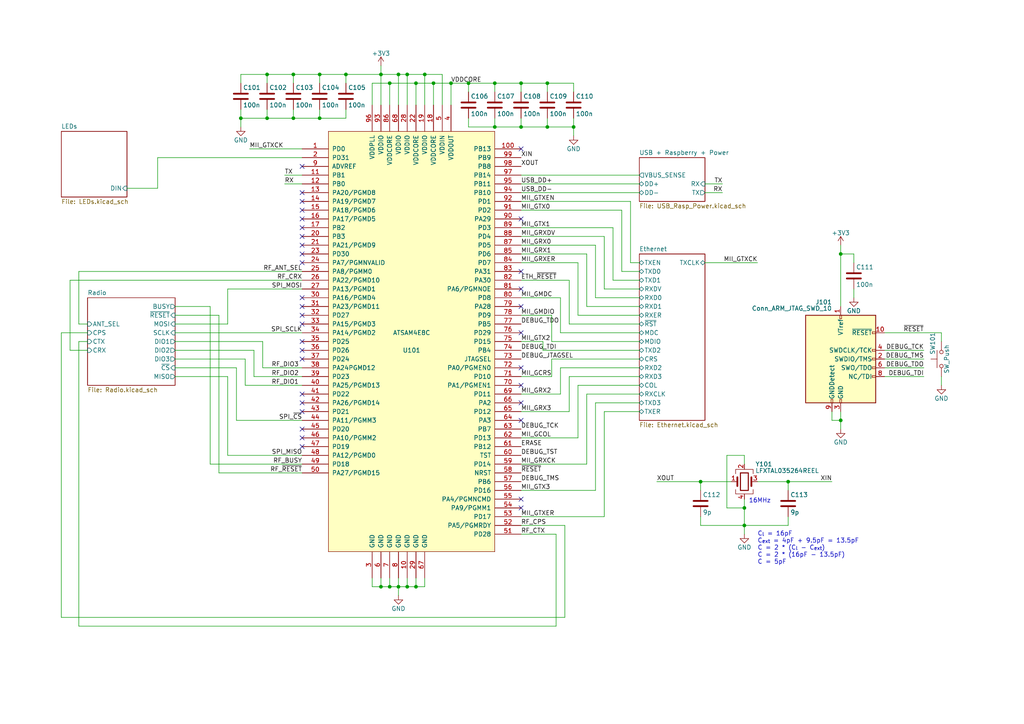
<source format=kicad_sch>
(kicad_sch (version 20211123) (generator eeschema)
  (paper "A4")
  (title_block (title "Caesar") (date "2022-08-17") (rev "2.1") (company "luhbots"))
  (lib_symbols
    (symbol "ATSAM4E8C:ATSAM4E8C" (pin_names (offset 1.016))
      (property "Reference" "U" (at 0 -2.54 0))
      (property "Value" "ATSAM4E8C" (at 0 2.54 0))
      (symbol "ATSAM4E8C_1_0"
        (rectangle (start -24.13 -60.96) (end 24.13 60.96) (fill (type background)))
      )
      (symbol "ATSAM4E8C_1_1"
        (pin bidirectional line (at -31.75 55.88 0) (length 7.62) (name "PD0") (number "1"))
        (pin power_in line (at -1.27 -68.58 90) (length 7.62) (name "GND") (number "10"))
        (pin bidirectional line (at 31.75 55.88 180) (length 7.62) (name "PB13") (number "100"))
        (pin bidirectional line (at -31.75 48.26 0) (length 7.62) (name "PB1") (number "11"))
        (pin bidirectional line (at -31.75 45.72 0) (length 7.62) (name "PB0") (number "12"))
        (pin bidirectional line (at -31.75 43.18 0) (length 7.62) (name "PA20/PGMD8") (number "13"))
        (pin bidirectional line (at -31.75 40.64 0) (length 7.62) (name "PA19/PGMD7") (number "14"))
        (pin bidirectional line (at -31.75 38.1 0) (length 7.62) (name "PA18/PGMD6") (number "15"))
        (pin bidirectional line (at -31.75 35.56 0) (length 7.62) (name "PA17/PGMD5") (number "16"))
        (pin bidirectional line (at -31.75 33.02 0) (length 7.62) (name "PB2") (number "17"))
        (pin power_out line (at 6.35 68.58 270) (length 7.62) (name "VDDCORE") (number "18"))
        (pin power_in line (at 3.81 68.58 270) (length 7.62) (name "VDDIO") (number "19"))
        (pin bidirectional line (at -31.75 53.34 0) (length 7.62) (name "PD31") (number "2"))
        (pin bidirectional line (at -31.75 30.48 0) (length 7.62) (name "PB3") (number "20"))
        (pin bidirectional line (at -31.75 27.94 0) (length 7.62) (name "PA21/PGMD9") (number "21"))
        (pin power_out line (at 1.27 68.58 270) (length 7.62) (name "VDDCORE") (number "22"))
        (pin bidirectional line (at -31.75 25.4 0) (length 7.62) (name "PD30") (number "23"))
        (pin bidirectional line (at -31.75 22.86 0) (length 7.62) (name "PA7/PGMNVALID") (number "24"))
        (pin bidirectional line (at -31.75 20.32 0) (length 7.62) (name "PA8/PGMM0") (number "25"))
        (pin bidirectional line (at -31.75 17.78 0) (length 7.62) (name "PA22/PGMD10") (number "26"))
        (pin bidirectional line (at -31.75 15.24 0) (length 7.62) (name "PA13/PGMD1") (number "27"))
        (pin power_in line (at -1.27 68.58 270) (length 7.62) (name "VDDIO") (number "28"))
        (pin power_in line (at 1.27 -68.58 90) (length 7.62) (name "GND") (number "29"))
        (pin power_in line (at -11.43 -68.58 90) (length 7.62) (name "GND") (number "3"))
        (pin bidirectional line (at -31.75 12.7 0) (length 7.62) (name "PA16/PGMD4") (number "30"))
        (pin bidirectional line (at -31.75 10.16 0) (length 7.62) (name "PA23/PGMD11") (number "31"))
        (pin bidirectional line (at -31.75 7.62 0) (length 7.62) (name "PD27") (number "32"))
        (pin bidirectional line (at -31.75 5.08 0) (length 7.62) (name "PA15/PGMD3") (number "33"))
        (pin bidirectional line (at -31.75 2.54 0) (length 7.62) (name "PA14/PGMD2") (number "34"))
        (pin bidirectional line (at -31.75 0 0) (length 7.62) (name "PD25") (number "35"))
        (pin bidirectional line (at -31.75 -2.54 0) (length 7.62) (name "PD26") (number "36"))
        (pin bidirectional line (at -31.75 -5.08 0) (length 7.62) (name "PD24") (number "37"))
        (pin bidirectional line (at -31.75 -7.62 0) (length 7.62) (name "PA24PGMD12") (number "38"))
        (pin bidirectional line (at -31.75 -10.16 0) (length 7.62) (name "PD23") (number "39"))
        (pin power_out line (at 11.43 68.58 270) (length 7.62) (name "VDDOUT") (number "4"))
        (pin bidirectional line (at -31.75 -12.7 0) (length 7.62) (name "PA25/PGMD13") (number "40"))
        (pin bidirectional line (at -31.75 -15.24 0) (length 7.62) (name "PD22") (number "41"))
        (pin bidirectional line (at -31.75 -17.78 0) (length 7.62) (name "PA26/PGMD14") (number "42"))
        (pin bidirectional line (at -31.75 -20.32 0) (length 7.62) (name "PD21") (number "43"))
        (pin bidirectional line (at -31.75 -22.86 0) (length 7.62) (name "PA11/PGMM3") (number "44"))
        (pin bidirectional line (at -31.75 -25.4 0) (length 7.62) (name "PD20") (number "45"))
        (pin bidirectional line (at -31.75 -27.94 0) (length 7.62) (name "PA10/PGMM2") (number "46"))
        (pin bidirectional line (at -31.75 -30.48 0) (length 7.62) (name "PD19") (number "47"))
        (pin bidirectional line (at -31.75 -33.02 0) (length 7.62) (name "PA12/PGMD0") (number "48"))
        (pin bidirectional line (at -31.75 -35.56 0) (length 7.62) (name "PD18") (number "49"))
        (pin power_in line (at 8.89 68.58 270) (length 7.62) (name "VDDIN") (number "5"))
        (pin bidirectional line (at -31.75 -38.1 0) (length 7.62) (name "PA27/PGMD15") (number "50"))
        (pin bidirectional line (at 31.75 -55.88 180) (length 7.62) (name "PD28") (number "51"))
        (pin bidirectional line (at 31.75 -53.34 180) (length 7.62) (name "PA5/PGMRDY") (number "52"))
        (pin bidirectional line (at 31.75 -50.8 180) (length 7.62) (name "PD17") (number "53"))
        (pin bidirectional line (at 31.75 -48.26 180) (length 7.62) (name "PA9/PGMM1") (number "54"))
        (pin bidirectional line (at 31.75 -45.72 180) (length 7.62) (name "PA4/PGMNCMD") (number "55"))
        (pin bidirectional line (at 31.75 -43.18 180) (length 7.62) (name "PD16") (number "56"))
        (pin bidirectional line (at 31.75 -40.64 180) (length 7.62) (name "PB6") (number "57"))
        (pin bidirectional line (at 31.75 -38.1 180) (length 7.62) (name "NRST") (number "58"))
        (pin bidirectional line (at 31.75 -35.56 180) (length 7.62) (name "PD14") (number "59"))
        (pin power_in line (at -8.89 -68.58 90) (length 7.62) (name "GND") (number "6"))
        (pin bidirectional line (at 31.75 -33.02 180) (length 7.62) (name "TST") (number "60"))
        (pin bidirectional line (at 31.75 -30.48 180) (length 7.62) (name "PB12") (number "61"))
        (pin bidirectional line (at 31.75 -27.94 180) (length 7.62) (name "PD13") (number "62"))
        (pin bidirectional line (at 31.75 -25.4 180) (length 7.62) (name "PB7") (number "63"))
        (pin bidirectional line (at 31.75 -22.86 180) (length 7.62) (name "PA3") (number "64"))
        (pin bidirectional line (at 31.75 -20.32 180) (length 7.62) (name "PD12") (number "65"))
        (pin bidirectional line (at 31.75 -17.78 180) (length 7.62) (name "PA2") (number "66"))
        (pin power_in line (at 3.81 -68.58 90) (length 7.62) (name "GND") (number "67"))
        (pin power_in line (at -3.81 68.58 270) (length 7.62) (name "VDDIO") (number "68"))
        (pin bidirectional line (at 31.75 -15.24 180) (length 7.62) (name "PD11") (number "69"))
        (pin power_in line (at -6.35 -68.58 90) (length 7.62) (name "GND") (number "7"))
        (pin bidirectional line (at 31.75 -12.7 180) (length 7.62) (name "PA1/PGMEN1") (number "70"))
        (pin bidirectional line (at 31.75 -10.16 180) (length 7.62) (name "PD10") (number "71"))
        (pin bidirectional line (at 31.75 -7.62 180) (length 7.62) (name "PA0/PGMEN0") (number "72"))
        (pin bidirectional line (at 31.75 -5.08 180) (length 7.62) (name "JTAGSEL") (number "73"))
        (pin bidirectional line (at 31.75 -2.54 180) (length 7.62) (name "PB4") (number "74"))
        (pin bidirectional line (at 31.75 0 180) (length 7.62) (name "PD15") (number "75"))
        (pin bidirectional line (at 31.75 2.54 180) (length 7.62) (name "PD29") (number "76"))
        (pin bidirectional line (at 31.75 5.08 180) (length 7.62) (name "PB5") (number "77"))
        (pin bidirectional line (at 31.75 7.62 180) (length 7.62) (name "PD9") (number "78"))
        (pin bidirectional line (at 31.75 10.16 180) (length 7.62) (name "PA28") (number "79"))
        (pin power_in line (at -3.81 -68.58 90) (length 7.62) (name "GND") (number "8"))
        (pin bidirectional line (at 31.75 12.7 180) (length 7.62) (name "PD8") (number "80"))
        (pin bidirectional line (at 31.75 15.24 180) (length 7.62) (name "PA6/PGMNOE") (number "81"))
        (pin bidirectional line (at 31.75 17.78 180) (length 7.62) (name "PA30") (number "82"))
        (pin bidirectional line (at 31.75 20.32 180) (length 7.62) (name "PA31") (number "83"))
        (pin bidirectional line (at 31.75 22.86 180) (length 7.62) (name "PD7") (number "84"))
        (pin bidirectional line (at 31.75 25.4 180) (length 7.62) (name "PD6") (number "85"))
        (pin power_out line (at -6.35 68.58 270) (length 7.62) (name "VDDCORE") (number "86"))
        (pin bidirectional line (at 31.75 27.94 180) (length 7.62) (name "PD5") (number "87"))
        (pin bidirectional line (at 31.75 30.48 180) (length 7.62) (name "PD4") (number "88"))
        (pin bidirectional line (at 31.75 33.02 180) (length 7.62) (name "PD3") (number "89"))
        (pin bidirectional line (at -31.75 50.8 0) (length 7.62) (name "ADVREF") (number "9"))
        (pin bidirectional line (at 31.75 35.56 180) (length 7.62) (name "PA29") (number "90"))
        (pin bidirectional line (at 31.75 38.1 180) (length 7.62) (name "PD2") (number "91"))
        (pin bidirectional line (at 31.75 40.64 180) (length 7.62) (name "PD1") (number "92"))
        (pin power_in line (at -8.89 68.58 270) (length 7.62) (name "VDDIO") (number "93"))
        (pin bidirectional line (at 31.75 43.18 180) (length 7.62) (name "PB10") (number "94"))
        (pin bidirectional line (at 31.75 45.72 180) (length 7.62) (name "PB11") (number "95"))
        (pin power_out line (at -11.43 68.58 270) (length 7.62) (name "VDDPLL") (number "96"))
        (pin bidirectional line (at 31.75 48.26 180) (length 7.62) (name "PB14") (number "97"))
        (pin bidirectional line (at 31.75 50.8 180) (length 7.62) (name "PB8") (number "98"))
        (pin bidirectional line (at 31.75 53.34 180) (length 7.62) (name "PB9") (number "99"))
      )
    )
    (symbol "Connector:Conn_ARM_JTAG_SWD_10" (pin_names (offset 1.016))
      (property "Reference" "J" (at -2.54 16.51 0))
      (property "Value" "Conn_ARM_JTAG_SWD_10" (at -2.54 13.97 0))
      (symbol "Conn_ARM_JTAG_SWD_10_0_1"
        (rectangle (start -10.16 12.7) (end 10.16 -12.7) (stroke (width 0.254)) (fill (type background)))
        (rectangle (start -2.794 -12.7) (end -2.286 -11.684))
        (rectangle (start -0.254 -12.7) (end 0.254 -11.684))
        (rectangle (start -0.254 12.7) (end 0.254 11.684))
        (rectangle (start 9.144 2.286) (end 10.16 2.794))
        (rectangle (start 10.16 -2.794) (end 9.144 -2.286))
        (rectangle (start 10.16 -0.254) (end 9.144 0.254))
        (rectangle (start 10.16 7.874) (end 9.144 7.366))
      )
      (symbol "Conn_ARM_JTAG_SWD_10_1_1"
        (rectangle (start 9.144 -5.334) (end 10.16 -4.826))
        (pin power_in line (at 0 15.24 270) (length 2.54) (name "VTref") (number "1"))
        (pin open_collector line (at 12.7 7.62 180) (length 2.54) (name "~{RESET}") (number "10"))
        (pin bidirectional line (at 12.7 0 180) (length 2.54) (name "SWDIO/TMS") (number "2"))
        (pin power_in line (at 0 -15.24 90) (length 2.54) (name "GND") (number "3"))
        (pin output line (at 12.7 2.54 180) (length 2.54) (name "SWDCLK/TCK") (number "4"))
        (pin passive line (at 0 -15.24 90) (length 2.54) hide (name "GND") (number "5"))
        (pin input line (at 12.7 -2.54 180) (length 2.54) (name "SWO/TDO") (number "6"))
        (pin no_connect line (at -10.16 0 0) (length 2.54) hide (name "KEY") (number "7"))
        (pin output line (at 12.7 -5.08 180) (length 2.54) (name "NC/TDI") (number "8"))
        (pin passive line (at -2.54 -15.24 90) (length 2.54) (name "GNDDetect") (number "9"))
      )
    )
    (symbol "Device:C" (pin_numbers hide) (pin_names (offset 0.254))
      (property "Reference" "C" (at 0.635 2.54 0))
      (property "Value" "C" (at 0.635 -2.54 0))
      (symbol "C_0_1"
        (polyline (pts (xy -2.032 -0.762) (xy 2.032 -0.762)) (stroke (width 0.508)))
        (polyline (pts (xy -2.032 0.762) (xy 2.032 0.762)) (stroke (width 0.508)))
      )
      (symbol "C_1_1"
        (pin passive line (at 0 3.81 270) (length 2.794) (name "~") (number "1"))
        (pin passive line (at 0 -3.81 90) (length 2.794) (name "~") (number "2"))
      )
    )
    (symbol "Device:Crystal_GND24" (pin_names (offset 1.016) hide)
      (property "Reference" "Y" (at 3.175 5.08 0))
      (property "Value" "Crystal_GND24" (at 3.175 3.175 0))
      (symbol "Crystal_GND24_0_1"
        (rectangle (start -1.143 2.54) (end 1.143 -2.54) (stroke (width 0.3048)))
        (polyline (pts (xy -2.54 0) (xy -2.032 0)))
        (polyline (pts (xy -2.032 -1.27) (xy -2.032 1.27)) (stroke (width 0.508)))
        (polyline (pts (xy 0 -3.81) (xy 0 -3.556)))
        (polyline (pts (xy 0 3.556) (xy 0 3.81)))
        (polyline (pts (xy 2.032 -1.27) (xy 2.032 1.27)) (stroke (width 0.508)))
        (polyline (pts (xy 2.032 0) (xy 2.54 0)))
        (polyline (pts (xy -2.54 -2.286) (xy -2.54 -3.556) (xy 2.54 -3.556) (xy 2.54 -2.286)))
        (polyline (pts (xy -2.54 2.286) (xy -2.54 3.556) (xy 2.54 3.556) (xy 2.54 2.286)))
      )
      (symbol "Crystal_GND24_1_1"
        (pin passive line (at -3.81 0 0) (length 1.27) (name "1") (number "1"))
        (pin passive line (at 0 5.08 270) (length 1.27) (name "2") (number "2"))
        (pin passive line (at 3.81 0 180) (length 1.27) (name "3") (number "3"))
        (pin passive line (at 0 -5.08 90) (length 1.27) (name "4") (number "4"))
      )
    )
    (symbol "GND_1" (power) (pin_names (offset 0))
      (property "Value" "GND_1" (at 0 -3.81 0))
      (symbol "GND_1_0_1"
        (polyline (pts (xy 0 0) (xy 0 -1.27) (xy 1.27 -1.27) (xy 0 -2.54) (xy -1.27 -1.27) (xy 0 -1.27)))
      )
      (symbol "GND_1_1_1"
        (pin power_in line (at 0 0 270) (length 0) hide (name "GND") (number "1"))
      )
    )
    (symbol "Switch:SW_Push" (pin_numbers hide) (pin_names (offset 1.016) hide)
      (property "Reference" "SW" (at 1.27 2.54 0))
      (property "Value" "SW_Push" (at 0 -1.524 0))
      (symbol "SW_Push_0_1"
        (circle (center -2.032 0) (radius 0.508))
        (polyline (pts (xy 0 1.27) (xy 0 3.048)))
        (polyline (pts (xy 2.54 1.27) (xy -2.54 1.27)))
        (circle (center 2.032 0) (radius 0.508))
        (pin passive line (at -5.08 0 0) (length 2.54) (name "1") (number "1"))
        (pin passive line (at 5.08 0 180) (length 2.54) (name "2") (number "2"))
      )
    )
    (symbol "power:+3V3" (power) (pin_names (offset 0))
      (property "Value" "+3V3" (at 0 3.556 0))
      (symbol "+3V3_0_1"
        (polyline (pts (xy -0.762 1.27) (xy 0 2.54)))
        (polyline (pts (xy 0 0) (xy 0 2.54)))
        (polyline (pts (xy 0 2.54) (xy 0.762 1.27)))
      )
      (symbol "+3V3_1_1"
        (pin power_in line (at 0 0 90) (length 0) hide (name "+3V3") (number "1"))
      )
    )
    (symbol "power:GND" (power) (pin_names (offset 0))
      (property "Value" "GND" (at 0 -3.81 0))
      (symbol "GND_0_1"
        (polyline (pts (xy 0 0) (xy 0 -1.27) (xy 1.27 -1.27) (xy 0 -2.54) (xy -1.27 -1.27) (xy 0 -1.27)))
      )
      (symbol "GND_1_1"
        (pin power_in line (at 0 0 270) (length 0) hide (name "GND") (number "1"))
      )
    )
  )
  (junction (at 243.84 73.66))
  (junction (at 158.75 36.83))
  (junction (at 118.11 170.18))
  (junction (at 120.65 170.18))
  (junction (at 215.9 152.4))
  (junction (at 130.81 24.13))
  (junction (at 77.47 21.59))
  (junction (at 113.03 24.13))
  (junction (at 215.9 147.32))
  (junction (at 69.85 34.29))
  (junction (at 77.47 34.29))
  (junction (at 203.2 139.7))
  (junction (at 113.03 170.18))
  (junction (at 92.71 34.29))
  (junction (at 151.13 36.83))
  (junction (at 166.37 36.83))
  (junction (at 110.49 21.59))
  (junction (at 85.09 21.59))
  (junction (at 85.09 34.29))
  (junction (at 123.19 21.59))
  (junction (at 92.71 21.59))
  (junction (at 115.57 21.59))
  (junction (at 228.6 139.7))
  (junction (at 243.84 121.92))
  (junction (at 120.65 24.13))
  (junction (at 135.89 24.13))
  (junction (at 143.51 24.13))
  (junction (at 115.57 170.18))
  (junction (at 158.75 24.13))
  (junction (at 125.73 24.13))
  (junction (at 110.49 170.18))
  (junction (at 100.33 21.59))
  (junction (at 143.51 36.83))
  (junction (at 118.11 21.59))
  (junction (at 151.13 24.13))
  (no_connect (at 87.63 58.42))
  (no_connect (at 87.63 60.96))
  (no_connect (at 87.63 66.04))
  (no_connect (at 87.63 68.58))
  (no_connect (at 87.63 99.06))
  (no_connect (at 87.63 101.6))
  (no_connect (at 87.63 129.54))
  (no_connect (at 87.63 93.98))
  (no_connect (at 87.63 104.14))
  (no_connect (at 87.63 114.3))
  (no_connect (at 87.63 116.84))
  (no_connect (at 87.63 119.38))
  (no_connect (at 87.63 124.46))
  (no_connect (at 87.63 127))
  (no_connect (at 87.63 71.12))
  (no_connect (at 87.63 73.66))
  (no_connect (at 87.63 76.2))
  (no_connect (at 87.63 48.26))
  (no_connect (at 87.63 55.88))
  (no_connect (at 87.63 86.36))
  (no_connect (at 87.63 88.9))
  (no_connect (at 87.63 91.44))
  (no_connect (at 151.13 144.78))
  (no_connect (at 151.13 147.32))
  (no_connect (at 151.13 121.92))
  (no_connect (at 151.13 116.84))
  (no_connect (at 151.13 111.76))
  (no_connect (at 151.13 43.18))
  (no_connect (at 151.13 63.5))
  (no_connect (at 151.13 78.74))
  (no_connect (at 151.13 88.9))
  (no_connect (at 151.13 83.82))
  (no_connect (at 151.13 106.68))
  (no_connect (at 151.13 96.52))
  (no_connect (at 87.63 63.5))
  (wire (pts (xy 77.47 31.75) (xy 77.47 34.29)))
  (wire (pts (xy 110.49 19.05) (xy 110.49 21.59)))
  (wire (pts (xy 110.49 21.59) (xy 115.57 21.59)))
  (wire (pts (xy 165.1 109.22) (xy 165.1 119.38)))
  (wire (pts (xy 161.29 154.94) (xy 151.13 154.94)))
  (wire (pts (xy 185.42 78.74) (xy 180.34 78.74)))
  (wire (pts (xy 123.19 21.59) (xy 123.19 30.48)))
  (wire (pts (xy 100.33 34.29) (xy 92.71 34.29)))
  (wire (pts (xy 85.09 21.59) (xy 85.09 24.13)))
  (wire (pts (xy 165.1 81.28) (xy 151.13 81.28)))
  (wire (pts (xy 87.63 45.72) (xy 45.72 45.72)))
  (wire (pts (xy 228.6 139.7) (xy 228.6 142.24)))
  (wire (pts (xy 215.9 152.4) (xy 215.9 154.94)))
  (wire (pts (xy 123.19 21.59) (xy 128.27 21.59)))
  (wire (pts (xy 120.65 167.64) (xy 120.65 170.18)))
  (wire (pts (xy 85.09 21.59) (xy 92.71 21.59)))
  (wire (pts (xy 118.11 167.64) (xy 118.11 170.18)))
  (wire (pts (xy 166.37 34.29) (xy 166.37 36.83)))
  (wire (pts (xy 151.13 55.88) (xy 185.42 55.88)))
  (wire (pts (xy 210.82 132.08) (xy 210.82 147.32)))
  (wire (pts (xy 76.2 99.06) (xy 76.2 106.68)))
  (wire (pts (xy 66.04 93.98) (xy 66.04 83.82)))
  (wire (pts (xy 185.42 104.14) (xy 160.02 104.14)))
  (wire (pts (xy 100.33 31.75) (xy 100.33 34.29)))
  (wire (pts (xy 87.63 109.22) (xy 73.66 109.22)))
  (wire (pts (xy 157.48 101.6) (xy 157.48 99.06)))
  (wire (pts (xy 182.88 76.2) (xy 182.88 58.42)))
  (wire (pts (xy 158.75 36.83) (xy 166.37 36.83)))
  (wire (pts (xy 50.8 96.52) (xy 87.63 96.52)))
  (wire (pts (xy 190.5 139.7) (xy 203.2 139.7)))
  (wire (pts (xy 203.2 139.7) (xy 212.09 139.7)))
  (wire (pts (xy 125.73 24.13) (xy 120.65 24.13)))
  (wire (pts (xy 60.96 134.62) (xy 87.63 134.62)))
  (wire (pts (xy 143.51 24.13) (xy 143.51 26.67)))
  (wire (pts (xy 273.05 96.52) (xy 273.05 99.06)))
  (wire (pts (xy 243.84 121.92) (xy 243.84 124.46)))
  (wire (pts (xy 172.72 116.84) (xy 172.72 142.24)))
  (wire (pts (xy 247.65 76.2) (xy 247.65 73.66)))
  (wire (pts (xy 50.8 106.68) (xy 68.58 106.68)))
  (wire (pts (xy 203.2 152.4) (xy 215.9 152.4)))
  (wire (pts (xy 167.64 76.2) (xy 151.13 76.2)))
  (wire (pts (xy 163.83 152.4) (xy 163.83 179.07)))
  (wire (pts (xy 73.66 109.22) (xy 73.66 101.6)))
  (wire (pts (xy 243.84 73.66) (xy 243.84 88.9)))
  (wire (pts (xy 243.84 73.66) (xy 247.65 73.66)))
  (wire (pts (xy 71.12 104.14) (xy 71.12 111.76)))
  (wire (pts (xy 185.42 114.3) (xy 170.18 114.3)))
  (wire (pts (xy 185.42 116.84) (xy 172.72 116.84)))
  (wire (pts (xy 151.13 24.13) (xy 151.13 26.67)))
  (wire (pts (xy 151.13 152.4) (xy 163.83 152.4)))
  (wire (pts (xy 273.05 109.22) (xy 273.05 111.76)))
  (wire (pts (xy 115.57 170.18) (xy 113.03 170.18)))
  (wire (pts (xy 66.04 83.82) (xy 87.63 83.82)))
  (wire (pts (xy 243.84 119.38) (xy 243.84 121.92)))
  (wire (pts (xy 185.42 81.28) (xy 177.8 81.28)))
  (wire (pts (xy 22.86 181.61) (xy 161.29 181.61)))
  (wire (pts (xy 165.1 93.98) (xy 165.1 81.28)))
  (wire (pts (xy 175.26 119.38) (xy 175.26 149.86)))
  (wire (pts (xy 76.2 106.68) (xy 87.63 106.68)))
  (wire (pts (xy 123.19 170.18) (xy 120.65 170.18)))
  (wire (pts (xy 71.12 111.76) (xy 87.63 111.76)))
  (wire (pts (xy 256.54 96.52) (xy 273.05 96.52)))
  (wire (pts (xy 50.8 91.44) (xy 63.5 91.44)))
  (wire (pts (xy 143.51 36.83) (xy 151.13 36.83)))
  (wire (pts (xy 228.6 149.86) (xy 228.6 152.4)))
  (wire (pts (xy 185.42 119.38) (xy 175.26 119.38)))
  (wire (pts (xy 60.96 88.9) (xy 60.96 134.62)))
  (wire (pts (xy 185.42 96.52) (xy 162.56 96.52)))
  (wire (pts (xy 22.86 93.98) (xy 22.86 78.74)))
  (wire (pts (xy 158.75 34.29) (xy 158.75 36.83)))
  (wire (pts (xy 177.8 66.04) (xy 151.13 66.04)))
  (wire (pts (xy 210.82 147.32) (xy 215.9 147.32)))
  (wire (pts (xy 162.56 86.36) (xy 151.13 86.36)))
  (wire (pts (xy 120.65 24.13) (xy 113.03 24.13)))
  (wire (pts (xy 175.26 149.86) (xy 151.13 149.86)))
  (wire (pts (xy 20.32 101.6) (xy 20.32 81.28)))
  (wire (pts (xy 77.47 21.59) (xy 77.47 24.13)))
  (wire (pts (xy 113.03 24.13) (xy 113.03 30.48)))
  (wire (pts (xy 162.56 106.68) (xy 162.56 114.3)))
  (wire (pts (xy 160.02 99.06) (xy 160.02 91.44)))
  (wire (pts (xy 63.5 137.16) (xy 87.63 137.16)))
  (wire (pts (xy 73.66 101.6) (xy 50.8 101.6)))
  (wire (pts (xy 50.8 104.14) (xy 71.12 104.14)))
  (wire (pts (xy 256.54 109.22) (xy 267.97 109.22)))
  (wire (pts (xy 135.89 26.67) (xy 135.89 24.13)))
  (wire (pts (xy 113.03 167.64) (xy 113.03 170.18)))
  (wire (pts (xy 69.85 34.29) (xy 69.85 36.83)))
  (wire (pts (xy 160.02 109.22) (xy 151.13 109.22)))
  (wire (pts (xy 22.86 99.06) (xy 22.86 181.61)))
  (wire (pts (xy 120.65 170.18) (xy 118.11 170.18)))
  (wire (pts (xy 45.72 54.61) (xy 36.83 54.61)))
  (wire (pts (xy 185.42 83.82) (xy 175.26 83.82)))
  (wire (pts (xy 185.42 76.2) (xy 182.88 76.2)))
  (wire (pts (xy 151.13 53.34) (xy 185.42 53.34)))
  (wire (pts (xy 167.64 111.76) (xy 167.64 127)))
  (wire (pts (xy 118.11 21.59) (xy 123.19 21.59)))
  (wire (pts (xy 82.55 50.8) (xy 87.63 50.8)))
  (wire (pts (xy 130.81 24.13) (xy 135.89 24.13)))
  (wire (pts (xy 157.48 99.06) (xy 151.13 99.06)))
  (wire (pts (xy 215.9 134.62) (xy 215.9 132.08)))
  (wire (pts (xy 17.78 179.07) (xy 163.83 179.07)))
  (wire (pts (xy 135.89 36.83) (xy 143.51 36.83)))
  (wire (pts (xy 165.1 119.38) (xy 151.13 119.38)))
  (wire (pts (xy 247.65 83.82) (xy 247.65 86.36)))
  (wire (pts (xy 50.8 109.22) (xy 66.04 109.22)))
  (wire (pts (xy 20.32 81.28) (xy 87.63 81.28)))
  (wire (pts (xy 68.58 121.92) (xy 87.63 121.92)))
  (wire (pts (xy 175.26 83.82) (xy 175.26 68.58)))
  (wire (pts (xy 185.42 93.98) (xy 165.1 93.98)))
  (wire (pts (xy 20.32 101.6) (xy 25.4 101.6)))
  (wire (pts (xy 45.72 45.72) (xy 45.72 54.61)))
  (wire (pts (xy 125.73 24.13) (xy 125.73 30.48)))
  (wire (pts (xy 243.84 71.12) (xy 243.84 73.66)))
  (wire (pts (xy 170.18 114.3) (xy 170.18 134.62)))
  (wire (pts (xy 241.3 121.92) (xy 243.84 121.92)))
  (wire (pts (xy 172.72 86.36) (xy 172.72 71.12)))
  (wire (pts (xy 115.57 21.59) (xy 115.57 30.48)))
  (wire (pts (xy 175.26 68.58) (xy 151.13 68.58)))
  (wire (pts (xy 228.6 152.4) (xy 215.9 152.4)))
  (wire (pts (xy 135.89 24.13) (xy 143.51 24.13)))
  (wire (pts (xy 25.4 99.06) (xy 22.86 99.06)))
  (wire (pts (xy 118.11 170.18) (xy 115.57 170.18)))
  (wire (pts (xy 215.9 132.08) (xy 210.82 132.08)))
  (wire (pts (xy 204.47 55.88) (xy 209.55 55.88)))
  (wire (pts (xy 161.29 181.61) (xy 161.29 154.94)))
  (wire (pts (xy 151.13 24.13) (xy 158.75 24.13)))
  (wire (pts (xy 170.18 88.9) (xy 170.18 73.66)))
  (wire (pts (xy 92.71 21.59) (xy 92.71 24.13)))
  (wire (pts (xy 135.89 34.29) (xy 135.89 36.83)))
  (wire (pts (xy 85.09 34.29) (xy 77.47 34.29)))
  (wire (pts (xy 185.42 111.76) (xy 167.64 111.76)))
  (wire (pts (xy 228.6 139.7) (xy 241.3 139.7)))
  (wire (pts (xy 50.8 93.98) (xy 66.04 93.98)))
  (wire (pts (xy 215.9 144.78) (xy 215.9 147.32)))
  (wire (pts (xy 130.81 30.48) (xy 130.81 24.13)))
  (wire (pts (xy 256.54 101.6) (xy 267.97 101.6)))
  (wire (pts (xy 66.04 132.08) (xy 87.63 132.08)))
  (wire (pts (xy 82.55 53.34) (xy 87.63 53.34)))
  (wire (pts (xy 17.78 96.52) (xy 17.78 179.07)))
  (wire (pts (xy 167.64 127) (xy 151.13 127)))
  (wire (pts (xy 68.58 106.68) (xy 68.58 121.92)))
  (wire (pts (xy 113.03 24.13) (xy 107.95 24.13)))
  (wire (pts (xy 22.86 78.74) (xy 87.63 78.74)))
  (wire (pts (xy 166.37 36.83) (xy 166.37 39.37)))
  (wire (pts (xy 151.13 50.8) (xy 185.42 50.8)))
  (wire (pts (xy 66.04 109.22) (xy 66.04 132.08)))
  (wire (pts (xy 203.2 139.7) (xy 203.2 142.24)))
  (wire (pts (xy 170.18 134.62) (xy 151.13 134.62)))
  (wire (pts (xy 185.42 101.6) (xy 157.48 101.6)))
  (wire (pts (xy 123.19 167.64) (xy 123.19 170.18)))
  (wire (pts (xy 185.42 109.22) (xy 165.1 109.22)))
  (wire (pts (xy 63.5 91.44) (xy 63.5 137.16)))
  (wire (pts (xy 167.64 91.44) (xy 167.64 76.2)))
  (wire (pts (xy 130.81 24.13) (xy 125.73 24.13)))
  (wire (pts (xy 69.85 31.75) (xy 69.85 34.29)))
  (wire (pts (xy 100.33 21.59) (xy 110.49 21.59)))
  (wire (pts (xy 185.42 86.36) (xy 172.72 86.36)))
  (wire (pts (xy 185.42 106.68) (xy 162.56 106.68)))
  (wire (pts (xy 172.72 142.24) (xy 151.13 142.24)))
  (wire (pts (xy 151.13 34.29) (xy 151.13 36.83)))
  (wire (pts (xy 158.75 24.13) (xy 166.37 24.13)))
  (wire (pts (xy 72.39 43.18) (xy 87.63 43.18)))
  (wire (pts (xy 180.34 60.96) (xy 151.13 60.96)))
  (wire (pts (xy 120.65 24.13) (xy 120.65 30.48)))
  (wire (pts (xy 92.71 21.59) (xy 100.33 21.59)))
  (wire (pts (xy 77.47 34.29) (xy 69.85 34.29)))
  (wire (pts (xy 219.71 139.7) (xy 228.6 139.7)))
  (wire (pts (xy 185.42 88.9) (xy 170.18 88.9)))
  (wire (pts (xy 256.54 104.14) (xy 267.97 104.14)))
  (wire (pts (xy 160.02 104.14) (xy 160.02 109.22)))
  (wire (pts (xy 170.18 73.66) (xy 151.13 73.66)))
  (wire (pts (xy 100.33 21.59) (xy 100.33 24.13)))
  (wire (pts (xy 115.57 170.18) (xy 115.57 172.72)))
  (wire (pts (xy 162.56 96.52) (xy 162.56 86.36)))
  (wire (pts (xy 180.34 78.74) (xy 180.34 60.96)))
  (wire (pts (xy 182.88 58.42) (xy 151.13 58.42)))
  (wire (pts (xy 177.8 81.28) (xy 177.8 66.04)))
  (wire (pts (xy 50.8 99.06) (xy 76.2 99.06)))
  (wire (pts (xy 203.2 149.86) (xy 203.2 152.4)))
  (wire (pts (xy 241.3 119.38) (xy 241.3 121.92)))
  (wire (pts (xy 115.57 21.59) (xy 118.11 21.59)))
  (wire (pts (xy 113.03 170.18) (xy 110.49 170.18)))
  (wire (pts (xy 110.49 30.48) (xy 110.49 21.59)))
  (wire (pts (xy 107.95 167.64) (xy 107.95 170.18)))
  (wire (pts (xy 115.57 167.64) (xy 115.57 170.18)))
  (wire (pts (xy 25.4 96.52) (xy 17.78 96.52)))
  (wire (pts (xy 118.11 21.59) (xy 118.11 30.48)))
  (wire (pts (xy 85.09 31.75) (xy 85.09 34.29)))
  (wire (pts (xy 25.4 93.98) (xy 22.86 93.98)))
  (wire (pts (xy 69.85 21.59) (xy 77.47 21.59)))
  (wire (pts (xy 107.95 24.13) (xy 107.95 30.48)))
  (wire (pts (xy 166.37 26.67) (xy 166.37 24.13)))
  (wire (pts (xy 256.54 106.68) (xy 267.97 106.68)))
  (wire (pts (xy 162.56 114.3) (xy 151.13 114.3)))
  (wire (pts (xy 92.71 34.29) (xy 85.09 34.29)))
  (wire (pts (xy 143.51 34.29) (xy 143.51 36.83)))
  (wire (pts (xy 185.42 91.44) (xy 167.64 91.44)))
  (wire (pts (xy 185.42 99.06) (xy 160.02 99.06)))
  (wire (pts (xy 143.51 24.13) (xy 151.13 24.13)))
  (wire (pts (xy 204.47 53.34) (xy 209.55 53.34)))
  (wire (pts (xy 110.49 170.18) (xy 107.95 170.18)))
  (wire (pts (xy 77.47 21.59) (xy 85.09 21.59)))
  (wire (pts (xy 50.8 88.9) (xy 60.96 88.9)))
  (wire (pts (xy 110.49 167.64) (xy 110.49 170.18)))
  (wire (pts (xy 128.27 21.59) (xy 128.27 30.48)))
  (wire (pts (xy 158.75 24.13) (xy 158.75 26.67)))
  (wire (pts (xy 215.9 147.32) (xy 215.9 152.4)))
  (wire (pts (xy 151.13 36.83) (xy 158.75 36.83)))
  (wire (pts (xy 204.47 76.2) (xy 219.71 76.2)))
  (wire (pts (xy 92.71 31.75) (xy 92.71 34.29)))
  (wire (pts (xy 160.02 91.44) (xy 151.13 91.44)))
  (wire (pts (xy 69.85 24.13) (xy 69.85 21.59)))
  (wire (pts (xy 172.72 71.12) (xy 151.13 71.12)))
  (text "16MHz" (at 217.17 146.05 0) (effects (font (size 1.27 1.27)) (justify left bottom)))
  (text "C_{l} = 16pF\nC_{ext} = 4pF + 9.5pF = 13.5pF\nC = 2 * (C_{l} - C_{ext})\nC = 2 * (16pF - 13.5pF)\nC = 5pF" (at 219.71 163.83 0) (effects (font (size 1.27 1.27)) (justify left bottom)))
  (label "MII_GRX3" (at 151.13 119.38 0))
  (label "MII_GRX1" (at 151.13 73.66 0))
  (label "XOUT" (at 190.5 139.7 0))
  (label "SPI_SCLK" (at 87.63 96.52 180))
  (label "DEBUG_TST" (at 151.13 132.08 0))
  (label "SPI_MISO" (at 87.63 132.08 180))
  (label "RF_CTX" (at 151.13 154.94 0))
  (label "MII_GTXER" (at 151.13 149.86 0))
  (label "XIN" (at 151.13 45.72 0))
  (label "DEBUG_TDO" (at 267.97 106.68 180))
  (label "DEBUG_TCK" (at 267.97 101.6 180))
  (label "DEBUG_TMS" (at 151.13 139.7 0))
  (label "ERASE" (at 151.13 129.54 0))
  (label "RF_ANT_SEL" (at 87.63 78.74 180))
  (label "RF_CRX" (at 87.63 81.28 180))
  (label "USB_DD-" (at 151.13 55.88 0))
  (label "MII_GTXEN" (at 151.13 58.42 0))
  (label "MII_GTX2" (at 151.13 99.06 0))
  (label "SPI_MOSI" (at 87.63 83.82 180))
  (label "MII_GRXCK" (at 151.13 134.62 0))
  (label "TX" (at 209.55 53.34 180))
  (label "MII_GTXCK" (at 219.71 76.2 180))
  (label "TX" (at 82.55 50.8 0))
  (label "DEBUG_TDO" (at 151.13 93.98 0))
  (label "ETH_~{RESET}" (at 151.13 81.28 0))
  (label "USB_DD+" (at 151.13 53.34 0))
  (label "RF_DIO3" (at 78.74 106.68 0))
  (label "DEBUG_TMS" (at 267.97 104.14 180))
  (label "RF_DIO2" (at 78.74 109.22 0))
  (label "XOUT" (at 151.13 48.26 0))
  (label "MII_GTX1" (at 151.13 66.04 0))
  (label "DEBUG_TCK" (at 151.13 124.46 0))
  (label "MII_GRXER" (at 151.13 76.2 0))
  (label "RX" (at 82.55 53.34 0))
  (label "RF_BUSY" (at 87.63 134.62 180))
  (label "DEBUG_TDI" (at 267.97 109.22 180))
  (label "MII_GRXDV" (at 151.13 68.58 0))
  (label "~{RESET}" (at 267.97 96.52 180))
  (label "XIN" (at 241.3 139.7 180))
  (label "MII_GMDC" (at 151.13 86.36 0))
  (label "MII_GCOL" (at 151.13 127 0))
  (label "MII_GRX0" (at 151.13 71.12 0))
  (label "~{RESET}" (at 151.13 137.16 0))
  (label "DEBUG_JTAGSEL" (at 151.13 104.14 0))
  (label "DEBUG_TDI" (at 151.13 101.6 0))
  (label "VDDCORE" (at 130.81 24.13 0))
  (label "RX" (at 209.55 55.88 180))
  (label "MII_GMDIO" (at 151.13 91.44 0))
  (label "MII_GTX0" (at 151.13 60.96 0))
  (label "MII_GTX3" (at 151.13 142.24 0))
  (label "RF_DIO1" (at 78.74 111.76 0))
  (label "RF_~{RESET}" (at 87.63 137.16 180))
  (label "RF_CPS" (at 151.13 152.4 0))
  (label "MII_GTXCK" (at 72.39 43.18 0))
  (label "SPI_~{CS}" (at 87.63 121.92 180))
  (label "MII_GCRS" (at 151.13 109.22 0))
  (label "MII_GRX2" (at 151.13 114.3 0))
  (symbol (lib_id "Device:C") (at 151.13 30.48 0) (unit 1)
    (property "Reference" "C108" (at 151.765 27.94 0) (effects (justify left)))
    (property "Value" "100n" (at 151.765 33.02 0) (effects (justify left)))
    (property "Footprint" "Capacitor_SMD:C_0402_1005Metric" (effects hide))
  )
  (symbol (lib_id "Connector:Conn_ARM_JTAG_SWD_10") (at 243.84 104.14 0) (unit 1)
    (property "Reference" "J101" (at 241.3 87.63 0) (effects (justify right)))
    (property "Value" "Conn_ARM_JTAG_SWD_10" (at 241.3 90.17 0) (effects (justify right bottom)))
    (property "Footprint" "Connector_PinHeader_1.27mm:PinHeader_2x05_P1.27mm_Vertical" (effects hide))
    (property "Datasheet" "http://infocenter.arm.com/help/topic/com.arm.doc.ddi0314h/DDI0314H_coresight_components_trm.pdf" (effects hide))
  )
  (symbol (lib_id "Device:C") (at 77.47 27.94 0) (unit 1)
    (property "Reference" "C102" (at 78.105 25.4 0) (effects (justify left)))
    (property "Value" "100n" (at 78.105 30.48 0) (effects (justify left)))
    (property "Footprint" "Capacitor_SMD:C_0402_1005Metric" (effects hide))
  )
  (symbol (lib_id "Device:Crystal_GND24") (at 215.9 139.7 0) (unit 1)
    (property "Reference" "Y101" (at 219.075 134.62 0) (effects (justify left)))
    (property "Value" "LFXTAL035264REEL" (at 219.075 136.525 0) (effects (justify left)))
    (property "Footprint" "Crystal:Crystal_SMD_3225-4Pin_3.2x2.5mm" (effects hide))
  )
  (symbol (lib_id "Device:C") (at 92.71 27.94 0) (unit 1)
    (property "Reference" "C104" (at 93.345 25.4 0) (effects (justify left)))
    (property "Value" "100n" (at 93.345 30.48 0) (effects (justify left)))
    (property "Footprint" "Capacitor_SMD:C_0402_1005Metric" (effects hide))
  )
  (symbol (lib_id "Device:C") (at 143.51 30.48 0) (unit 1)
    (property "Reference" "C107" (at 144.145 27.94 0) (effects (justify left)))
    (property "Value" "100n" (at 144.145 33.02 0) (effects (justify left)))
    (property "Footprint" "Capacitor_SMD:C_0402_1005Metric" (effects hide))
  )
  (symbol (lib_id "power:+3V3") (at 243.84 71.12 0) (unit 1)
    (property "Reference" "#PWR01" (effects hide))
    (property "Value" "+3V3" (at 243.84 67.564 0))
  )
  (symbol (lib_id "power:GND") (at 273.05 111.76 0) (unit 1)
    (property "Reference" "#PWR0108" (effects hide))
    (property "Value" "GND" (at 273.05 115.57 0))
  )
  (symbol (lib_id "Device:C") (at 85.09 27.94 0) (unit 1)
    (property "Reference" "C103" (at 85.725 25.4 0) (effects (justify left)))
    (property "Value" "100n" (at 85.725 30.48 0) (effects (justify left)))
    (property "Footprint" "Capacitor_SMD:C_0402_1005Metric" (effects hide))
  )
  (symbol (lib_id "Device:C") (at 228.6 146.05 0) (unit 1)
    (property "Reference" "C113" (at 229.235 143.51 0) (effects (justify left)))
    (property "Value" "9p" (at 229.235 148.59 0) (effects (justify left)))
    (property "Footprint" "Capacitor_SMD:C_0402_1005Metric" (effects hide))
  )
  (symbol (lib_id "power:GND") (at 115.57 172.72 0) (unit 1)
    (property "Reference" "#PWR0103" (effects hide))
    (property "Value" "GND" (at 115.57 176.53 0))
  )
  (symbol (lib_id "Device:C") (at 203.2 146.05 0) (unit 1)
    (property "Reference" "C112" (at 203.835 143.51 0) (effects (justify left)))
    (property "Value" "9p" (at 203.835 148.59 0) (effects (justify left)))
    (property "Footprint" "Capacitor_SMD:C_0402_1005Metric" (effects hide))
  )
  (symbol (lib_id "Device:C") (at 69.85 27.94 0) (unit 1)
    (property "Reference" "C101" (at 70.485 25.4 0) (effects (justify left)))
    (property "Value" "100n" (at 70.485 30.48 0) (effects (justify left)))
    (property "Footprint" "Capacitor_SMD:C_0402_1005Metric" (effects hide))
  )
  (symbol (lib_id "Device:C") (at 247.65 80.01 0) (unit 1)
    (property "Reference" "C111" (at 248.285 77.47 0) (effects (justify left)))
    (property "Value" "100n" (at 248.285 82.55 0) (effects (justify left)))
    (property "Footprint" "Capacitor_SMD:C_0402_1005Metric" (effects hide))
  )
  (symbol (lib_id "power:GND") (at 166.37 39.37 0) (unit 1)
    (property "Reference" "#PWR0104" (effects hide))
    (property "Value" "GND" (at 166.37 43.18 0))
  )
  (symbol (lib_id "Device:C") (at 166.37 30.48 0) (unit 1)
    (property "Reference" "C110" (at 167.005 27.94 0) (effects (justify left)))
    (property "Value" "100n" (at 167.005 33.02 0) (effects (justify left)))
    (property "Footprint" "Capacitor_SMD:C_0402_1005Metric" (effects hide))
  )
  (symbol (lib_name "GND_1") (lib_id "power:GND") (at 215.9 154.94 0) (unit 1)
    (property "Reference" "#PWR0111" (effects hide))
    (property "Value" "GND" (at 215.9 158.75 0))
  )
  (symbol (lib_id "power:GND") (at 243.84 124.46 0) (unit 1)
    (property "Reference" "#PWR0109" (effects hide))
    (property "Value" "GND" (at 243.84 128.27 0))
  )
  (symbol (lib_id "Device:C") (at 100.33 27.94 0) (unit 1)
    (property "Reference" "C105" (at 100.965 25.4 0) (effects (justify left)))
    (property "Value" "100n" (at 100.965 30.48 0) (effects (justify left)))
    (property "Footprint" "Capacitor_SMD:C_0402_1005Metric" (effects hide))
  )
  (symbol (lib_id "power:+3V3") (at 110.49 19.05 0) (unit 1)
    (property "Reference" "#PWR0102" (effects hide))
    (property "Value" "+3V3" (at 110.49 15.494 0))
  )
  (symbol (lib_id "Device:C") (at 158.75 30.48 0) (unit 1)
    (property "Reference" "C109" (at 159.385 27.94 0) (effects (justify left)))
    (property "Value" "100n" (at 159.385 33.02 0) (effects (justify left)))
    (property "Footprint" "Capacitor_SMD:C_0402_1005Metric" (effects hide))
  )
  (symbol (lib_id "power:GND") (at 69.85 36.83 0) (unit 1)
    (property "Reference" "#PWR0101" (effects hide))
    (property "Value" "GND" (at 69.85 40.64 0))
  )
  (symbol (lib_id "ATSAM4E8C:ATSAM4E8C") (at 119.38 99.06 0) (unit 1)
    (property "Reference" "U101" (at 119.38 101.6 0))
    (property "Value" "ATSAM4E8C" (at 119.38 96.52 0))
    (property "Footprint" "Package_QFP:LQFP-100_14x14mm_P0.5mm" (effects hide))
    (property "Datasheet" "https://ww1.microchip.com/downloads/en/DeviceDoc/Atmel-11157-32-bit-Cortex-M4-Microcontroller-SAM4E16-SAM4E8_Datasheet.pdf" (effects hide))
  )
  (symbol (lib_id "power:GND") (at 247.65 86.36 0) (unit 1)
    (property "Reference" "#PWR0110" (effects hide))
    (property "Value" "GND" (at 247.65 90.17 0))
  )
  (symbol (lib_id "Switch:SW_Push") (at 273.05 104.14 90) (unit 1)
    (property "Reference" "SW101" (at 270.51 102.87 0) (effects (justify left)))
    (property "Value" "SW_Push" (at 274.574 104.14 0))
    (property "Footprint" "Button_Switch_SMD:SW_SPST_TL3305A" (effects hide))
  )
  (symbol (lib_id "Device:C") (at 135.89 30.48 0) (unit 1)
    (property "Reference" "C106" (at 136.525 27.94 0) (effects (justify left)))
    (property "Value" "100n" (at 136.525 33.02 0) (effects (justify left)))
    (property "Footprint" "Capacitor_SMD:C_0402_1005Metric" (effects hide))
  )
  (sheet (at 25.4 86.36) (size 25.4 25.4) (stroke (width 0.1524))
    (property "Sheet name" "Radio" (at 25.4 85.6484 0) (effects (justify left bottom)))
    (property "Sheet file" "Radio.kicad_sch" (at 25.4 112.3446 0) (effects (justify left top)))
    (pin "ANT_SEL" input (at 25.4 93.98 180))
    (pin "SCLK" input (at 50.8 96.52 0))
    (pin "~{CS}" input (at 50.8 106.68 0))
    (pin "BUSY" output (at 50.8 88.9 0))
    (pin "MOSI" input (at 50.8 93.98 0))
    (pin "~{RESET}" input (at 50.8 91.44 0))
    (pin "MISO" output (at 50.8 109.22 0))
    (pin "CPS" input (at 25.4 96.52 180))
    (pin "CRX" input (at 25.4 101.6 180))
    (pin "CTX" input (at 25.4 99.06 180))
    (pin "DIO2" output (at 50.8 101.6 0))
    (pin "DIO3" output (at 50.8 104.14 0))
    (pin "DIO1" output (at 50.8 99.06 0))
  )
  (sheet (at 185.42 73.66) (size 19.05 48.26) (stroke (width 0.1524))
    (property "Sheet name" "Ethernet" (at 185.42 72.9484 0) (effects (justify left bottom)))
    (property "Sheet file" "Ethernet.kicad_sch" (at 185.42 122.5046 0) (effects (justify left top)))
    (pin "TXCLK" bidirectional (at 204.47 76.2 0))
    (pin "TXEN" bidirectional (at 185.42 76.2 180))
    (pin "RXCLK" bidirectional (at 185.42 114.3 180))
    (pin "RXD2" bidirectional (at 185.42 106.68 180))
    (pin "RXD3" bidirectional (at 185.42 109.22 180))
    (pin "TXD3" bidirectional (at 185.42 116.84 180))
    (pin "RXD0" bidirectional (at 185.42 86.36 180))
    (pin "RXD1" bidirectional (at 185.42 88.9 180))
    (pin "RXDV" bidirectional (at 185.42 83.82 180))
    (pin "TXD0" bidirectional (at 185.42 78.74 180))
    (pin "TXD1" bidirectional (at 185.42 81.28 180))
    (pin "TXD2" bidirectional (at 185.42 101.6 180))
    (pin "RXER" bidirectional (at 185.42 91.44 180))
    (pin "TXER" bidirectional (at 185.42 119.38 180))
    (pin "COL" bidirectional (at 185.42 111.76 180))
    (pin "MDC" bidirectional (at 185.42 96.52 180))
    (pin "CRS" bidirectional (at 185.42 104.14 180))
    (pin "~{RST}" bidirectional (at 185.42 93.98 180))
    (pin "MDIO" bidirectional (at 185.42 99.06 180))
  )
  (sheet (at 185.42 45.72) (size 19.05 12.7) (stroke (width 0.1524))
    (property "Sheet name" "USB + Raspberry + Power" (at 185.42 45.0084 0) (effects (justify left bottom)))
    (property "Sheet file" "USB_Rasp_Power.kicad_sch" (at 185.42 59.0046 0) (effects (justify left top)))
    (pin "DD+" bidirectional (at 185.42 53.34 180))
    (pin "DD-" bidirectional (at 185.42 55.88 180))
    (pin "VBUS_SENSE" output (at 185.42 50.8 180))
    (pin "RX" input (at 204.47 53.34 0))
    (pin "TX" output (at 204.47 55.88 0))
  )
  (sheet (at 17.78 38.1) (size 19.05 19.05) (stroke (width 0.1524))
    (property "Sheet name" "LEDs" (at 17.78 37.3884 0) (effects (justify left bottom)))
    (property "Sheet file" "LEDs.kicad_sch" (at 17.78 57.7346 0) (effects (justify left top)))
    (pin "DIN" input (at 36.83 54.61 0))
  )
)
</source>
